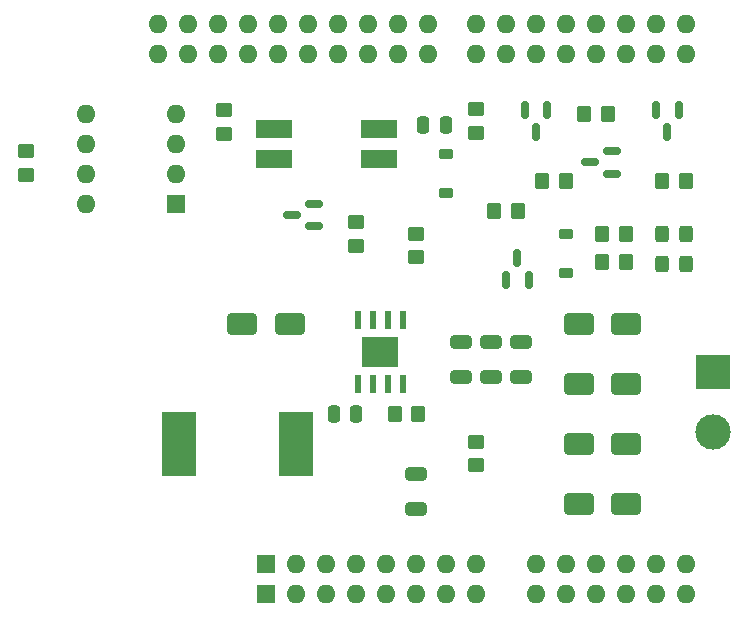
<source format=gts>
G04 #@! TF.GenerationSoftware,KiCad,Pcbnew,7.99.0-3924-g53fd1aaf5e*
G04 #@! TF.CreationDate,2023-12-12T19:58:36+01:00*
G04 #@! TF.ProjectId,xDuinoRailShield,78447569-6e6f-4526-9169-6c536869656c,rev?*
G04 #@! TF.SameCoordinates,Original*
G04 #@! TF.FileFunction,Soldermask,Top*
G04 #@! TF.FilePolarity,Negative*
%FSLAX46Y46*%
G04 Gerber Fmt 4.6, Leading zero omitted, Abs format (unit mm)*
G04 Created by KiCad (PCBNEW 7.99.0-3924-g53fd1aaf5e) date 2023-12-12 19:58:36*
%MOMM*%
%LPD*%
G01*
G04 APERTURE LIST*
G04 Aperture macros list*
%AMRoundRect*
0 Rectangle with rounded corners*
0 $1 Rounding radius*
0 $2 $3 $4 $5 $6 $7 $8 $9 X,Y pos of 4 corners*
0 Add a 4 corners polygon primitive as box body*
4,1,4,$2,$3,$4,$5,$6,$7,$8,$9,$2,$3,0*
0 Add four circle primitives for the rounded corners*
1,1,$1+$1,$2,$3*
1,1,$1+$1,$4,$5*
1,1,$1+$1,$6,$7*
1,1,$1+$1,$8,$9*
0 Add four rect primitives between the rounded corners*
20,1,$1+$1,$2,$3,$4,$5,0*
20,1,$1+$1,$4,$5,$6,$7,0*
20,1,$1+$1,$6,$7,$8,$9,0*
20,1,$1+$1,$8,$9,$2,$3,0*%
G04 Aperture macros list end*
%ADD10RoundRect,0.250000X0.450000X-0.350000X0.450000X0.350000X-0.450000X0.350000X-0.450000X-0.350000X0*%
%ADD11R,3.000000X3.000000*%
%ADD12C,3.000000*%
%ADD13RoundRect,0.250000X-0.450000X0.350000X-0.450000X-0.350000X0.450000X-0.350000X0.450000X0.350000X0*%
%ADD14RoundRect,0.150000X0.587500X0.150000X-0.587500X0.150000X-0.587500X-0.150000X0.587500X-0.150000X0*%
%ADD15RoundRect,0.250000X-0.350000X-0.450000X0.350000X-0.450000X0.350000X0.450000X-0.350000X0.450000X0*%
%ADD16RoundRect,0.250000X0.325000X0.450000X-0.325000X0.450000X-0.325000X-0.450000X0.325000X-0.450000X0*%
%ADD17RoundRect,0.250000X0.350000X0.450000X-0.350000X0.450000X-0.350000X-0.450000X0.350000X-0.450000X0*%
%ADD18RoundRect,0.250000X0.250000X0.475000X-0.250000X0.475000X-0.250000X-0.475000X0.250000X-0.475000X0*%
%ADD19R,3.100000X1.600000*%
%ADD20R,1.600000X1.600000*%
%ADD21O,1.600000X1.600000*%
%ADD22R,2.900000X5.400000*%
%ADD23RoundRect,0.225000X0.375000X-0.225000X0.375000X0.225000X-0.375000X0.225000X-0.375000X-0.225000X0*%
%ADD24RoundRect,0.150000X-0.150000X0.587500X-0.150000X-0.587500X0.150000X-0.587500X0.150000X0.587500X0*%
%ADD25RoundRect,0.250000X-1.000000X-0.650000X1.000000X-0.650000X1.000000X0.650000X-1.000000X0.650000X0*%
%ADD26RoundRect,0.225000X-0.375000X0.225000X-0.375000X-0.225000X0.375000X-0.225000X0.375000X0.225000X0*%
%ADD27RoundRect,0.250000X1.000000X0.650000X-1.000000X0.650000X-1.000000X-0.650000X1.000000X-0.650000X0*%
%ADD28RoundRect,0.250000X-0.650000X0.325000X-0.650000X-0.325000X0.650000X-0.325000X0.650000X0.325000X0*%
%ADD29R,0.600000X1.550000*%
%ADD30R,3.100000X2.600000*%
%ADD31RoundRect,0.150000X0.150000X-0.587500X0.150000X0.587500X-0.150000X0.587500X-0.150000X-0.587500X0*%
G04 APERTURE END LIST*
D10*
X143180000Y-81505000D03*
X143180000Y-79505000D03*
D11*
X163240800Y-73640000D03*
D12*
X163240800Y-78720000D03*
D13*
X143179900Y-51365000D03*
X143179900Y-53365000D03*
D14*
X154687600Y-56805000D03*
X154687600Y-54905000D03*
X152812600Y-55855000D03*
D15*
X158959800Y-57445000D03*
X160959800Y-57445000D03*
D16*
X160959900Y-64440000D03*
X158909900Y-64440000D03*
D17*
X150800000Y-57445000D03*
X148800000Y-57445000D03*
D18*
X133020000Y-77140000D03*
X131120000Y-77140000D03*
D19*
X134925000Y-55550000D03*
X134925000Y-53010000D03*
X126035000Y-53010000D03*
X126035000Y-55550000D03*
D20*
X125400000Y-89840000D03*
X125400000Y-92380000D03*
D21*
X127940000Y-89840000D03*
X127940000Y-92380000D03*
X130480000Y-89840000D03*
X130480000Y-92380000D03*
X133020000Y-89840000D03*
X133020000Y-92380000D03*
X135560000Y-89840000D03*
X135560000Y-92380000D03*
X138100000Y-89840000D03*
X138100000Y-92380000D03*
X140640000Y-89840000D03*
X140640000Y-92380000D03*
X143180000Y-89840000D03*
X143180000Y-92380000D03*
X148260000Y-89840000D03*
X148260000Y-92380000D03*
X150800000Y-89840000D03*
X150800000Y-92380000D03*
X153340000Y-89840000D03*
X153340000Y-92380000D03*
X155880000Y-89840000D03*
X155880000Y-92380000D03*
X158420000Y-89840000D03*
X158420000Y-92380000D03*
X160960000Y-89840000D03*
X160960000Y-92380000D03*
X160960000Y-44120000D03*
X160960000Y-46660000D03*
X158420000Y-44120000D03*
X158420000Y-46660000D03*
X155880000Y-44120000D03*
X155880000Y-46660000D03*
X153340000Y-44120000D03*
X153340000Y-46660000D03*
X150800000Y-44120000D03*
X150800000Y-46660000D03*
X148260000Y-44120000D03*
X148260000Y-46660000D03*
X145720000Y-44120000D03*
X145720000Y-46660000D03*
X143180000Y-44120000D03*
X143180000Y-46660000D03*
X139120000Y-44120000D03*
X139120000Y-46660000D03*
X136580000Y-44120000D03*
X136580000Y-46660000D03*
X134040000Y-44120000D03*
X134040000Y-46660000D03*
X131500000Y-44120000D03*
X131500000Y-46660000D03*
X128960000Y-44120000D03*
X128960000Y-46660000D03*
X126420000Y-44120000D03*
X126420000Y-46660000D03*
X123880000Y-44120000D03*
X123880000Y-46660000D03*
X121340000Y-44120000D03*
X121340000Y-46660000D03*
X118800000Y-44120000D03*
X118800000Y-46660000D03*
X116260000Y-44120000D03*
X116260000Y-46660000D03*
D13*
X105080000Y-56907500D03*
X105080000Y-54907500D03*
D22*
X118040000Y-79680000D03*
X127940000Y-79680000D03*
D23*
X140640000Y-58470000D03*
X140640000Y-55170000D03*
D20*
X117780000Y-59360000D03*
D21*
X117780000Y-56820000D03*
X117780000Y-54280000D03*
X117780000Y-51740000D03*
X110160000Y-51740000D03*
X110160000Y-54280000D03*
X110160000Y-56820000D03*
X110160000Y-59360000D03*
D13*
X121843343Y-51434853D03*
X121843343Y-53434853D03*
D24*
X160319900Y-51427500D03*
X158419900Y-51427500D03*
X159369900Y-53302500D03*
D25*
X151880000Y-69520000D03*
X155880000Y-69520000D03*
D26*
X150800000Y-61900000D03*
X150800000Y-65200000D03*
D27*
X155880000Y-74600000D03*
X151880000Y-74600000D03*
D28*
X141910000Y-71100000D03*
X141910000Y-74050000D03*
D29*
X133175000Y-74600000D03*
X134445000Y-74600000D03*
X135715000Y-74600000D03*
X136985000Y-74600000D03*
X136985000Y-69200000D03*
X135715000Y-69200000D03*
X134445000Y-69200000D03*
X133175000Y-69200000D03*
D30*
X135080000Y-71900000D03*
D15*
X153879900Y-61900000D03*
X155879900Y-61900000D03*
D16*
X160959900Y-61900000D03*
X158909900Y-61900000D03*
D17*
X138275000Y-77140000D03*
X136275000Y-77140000D03*
D27*
X155880000Y-84760000D03*
X151880000Y-84760000D03*
D25*
X151880000Y-79680000D03*
X155880000Y-79680000D03*
D31*
X145720000Y-65831600D03*
X147620000Y-65831600D03*
X146670000Y-63956600D03*
D28*
X138100000Y-82220000D03*
X138100000Y-85170000D03*
D18*
X140619221Y-52689432D03*
X138719221Y-52689432D03*
D17*
X154340000Y-51740000D03*
X152340000Y-51740000D03*
D14*
X127604643Y-60310000D03*
X129479643Y-59360000D03*
X129479643Y-61260000D03*
D25*
X123400000Y-69520000D03*
X127400000Y-69520000D03*
D17*
X146719900Y-59985000D03*
X144719900Y-59985000D03*
D10*
X133020000Y-62900000D03*
X133020000Y-60900000D03*
D28*
X144450000Y-71100000D03*
X144450000Y-74050000D03*
X146990000Y-71100000D03*
X146990000Y-74050000D03*
D10*
X138100000Y-63900000D03*
X138100000Y-61900000D03*
D15*
X153879900Y-64305000D03*
X155879900Y-64305000D03*
D24*
X149210000Y-51427500D03*
X147310000Y-51427500D03*
X148260000Y-53302500D03*
M02*

</source>
